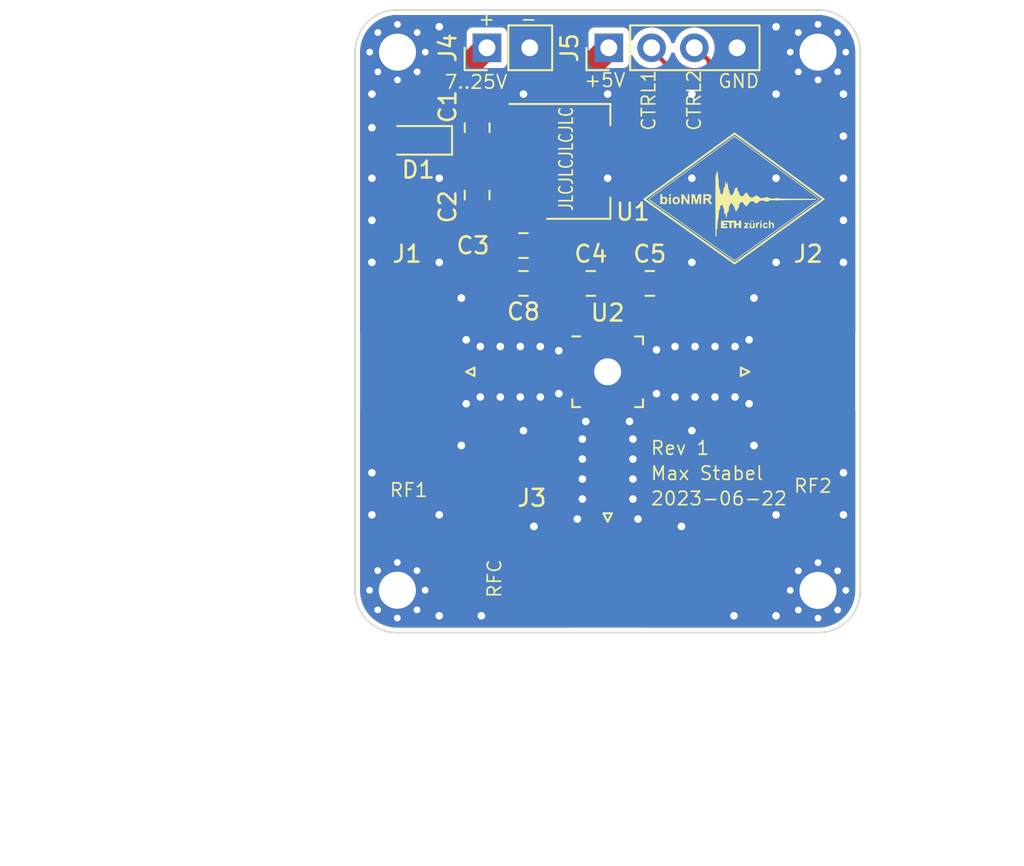
<source format=kicad_pcb>
(kicad_pcb (version 20221018) (generator pcbnew)
  (title_block (title "RF SPDT Switch") (date "2023-06-22") (rev "1") (company "ETH Zürich") (comment 1 "Maximilian Stabel"))
  (layers (0 "F.Cu" mixed) (31 "B.Cu" power) (34 "B.Paste" user) (35 "F.Paste" user) (36 "B.SilkS" user "B.Silkscreen") (37 "F.SilkS" user "F.Silkscreen") (38 "B.Mask" user) (39 "F.Mask" user) (44 "Edge.Cuts" user))
  (net 0 "")
  (net 1 "GND")
  (net 2 "+5V")
  (net 3 "Net-(J5-Pin_2)")
  (net 4 "VDD")
  (net 5 "/rf1")
  (net 6 "/rf2")
  (net 7 "/rfc")
  (net 8 "Net-(J5-Pin_3)")
  (net 9 "/VDD_p")
  (footprint "Connector_Coaxial:SMA_Molex_73251-1153_EdgeMount_Horizontal" (layer "F.Cu") (at 110.59 87)
    (fp_text reference "J1" (at -1.5 -7) (layer "F.SilkS"))
    (fp_text value "RF1")
    (pad "1" smd rect (at -1.72 0) (size 5.08 2.29) (layers "F.Cu" "F.Paste" "F.Mask") (net 5 "/rf1") (clearance 1))
    (pad "2" smd rect (at -1.72 -4.38) (size 5.08 2.42) (layers "F.Cu" "F.Paste" "F.Mask") (net 1 "GND"))
    (pad "2" smd rect (at -1.72 -4.38) (size 5.08 2.42) (layers "B.Cu" "B.Paste" "B.Mask") (net 1 "GND"))
    (pad "2" smd rect (at -1.72 4.38) (size 5.08 2.42) (layers "F.Cu" "F.Paste" "F.Mask") (net 1 "GND"))
    (pad "2" smd rect (at -1.72 4.38) (size 5.08 2.42) (layers "B.Cu" "B.Paste" "B.Mask") (net 1 "GND"))
    (pad "2" smd rect (at 1.27 -4.38) (size 0.95 0.46) (layers "F.Cu") (net 1 "GND"))
    (pad "2" smd rect (at 1.27 -4.38) (size 0.95 0.46) (layers "B.Cu") (net 1 "GND"))
    (pad "2" smd rect (at 1.27 4.38) (size 0.95 0.46) (layers "F.Cu") (net 1 "GND"))
    (pad "2" smd rect (at 1.27 4.38) (size 0.95 0.46) (layers "B.Cu") (net 1 "GND"))
    (pad "2" thru_hole circle (at 1.72 -4.38) (size 0.97 0.97) (drill 0.46) (layers "*.Cu") (net 1 "GND"))
    (pad "2" thru_hole circle (at 1.72 4.38) (size 0.97 0.97) (drill 0.46) (layers "*.Cu") (net 1 "GND"))
  )
  (footprint "LOGO" (layer "F.Cu") (at 128.5 76.7)
    (fp_text reference "G***" hide)
    (fp_text value "LOGO" hide)
  )
  (footprint "tr_switch:QFN-20-1EP_4x4mm_P0.5mm_EP2x2mm_HandSolder" (layer "F.Cu") (at 121 87)
    (fp_text reference "U2" (at 0 -3.5) (layer "F.SilkS"))
    (fp_text value "QPC6324")
    (pad "1" smd roundrect (at -1.935 -1) (size 0.95 0.25) (layers "F.Cu" "F.Paste" "F.Mask") (net 1 "GND"))
    (pad "2" smd roundrect (at -1.935 -0.5) (size 0.95 0.25) (layers "F.Cu" "F.Paste" "F.Mask") (net 1 "GND"))
    (pad "3" smd roundrect (at -1.935 0) (size 0.95 0.25) (layers "F.Cu" "F.Paste" "F.Mask") (net 5 "/rf1"))
    (pad "4" smd roundrect (at -1.935 0.5) (size 0.95 0.25) (layers "F.Cu" "F.Paste" "F.Mask") (net 1 "GND"))
    (pad "5" smd roundrect (at -1.935 1) (size 0.95 0.25) (layers "F.Cu" "F.Paste" "F.Mask") (net 1 "GND"))
    (pad "6" smd roundrect (at -1 1.935) (size 0.25 0.95) (layers "F.Cu" "F.Paste" "F.Mask") (net 1 "GND"))
    (pad "7" smd roundrect (at -0.5 1.935) (size 0.25 0.95) (layers "F.Cu" "F.Paste" "F.Mask") (net 1 "GND"))
    (pad "8" smd roundrect (at 0 1.935) (size 0.25 0.95) (layers "F.Cu" "F.Paste" "F.Mask") (net 7 "/rfc"))
    (pad "9" smd roundrect (at 0.5 1.935) (size 0.25 0.95) (layers "F.Cu" "F.Paste" "F.Mask") (net 1 "GND"))
    (pad "10" smd roundrect (at 1 1.935) (size 0.25 0.95) (layers "F.Cu" "F.Paste" "F.Mask") (net 1 "GND"))
    (pad "11" smd roundrect (at 1.935 1) (size 0.95 0.25) (layers "F.Cu" "F.Paste" "F.Mask") (net 1 "GND"))
    (pad "12" smd roundrect (at 1.935 0.5) (size 0.95 0.25) (layers "F.Cu" "F.Paste" "F.Mask") (net 1 "GND"))
    (pad "13" smd roundrect (at 1.935 0) (size 0.95 0.25) (layers "F.Cu" "F.Paste" "F.Mask") (net 6 "/rf2"))
    (pad "14" smd roundrect (at 1.935 -0.5) (size 0.95 0.25) (layers "F.Cu" "F.Paste" "F.Mask") (net 1 "GND"))
    (pad "15" smd roundrect (at 1.935 -1) (size 0.95 0.25) (layers "F.Cu" "F.Paste" "F.Mask") (net 1 "GND"))
    (pad "16" smd roundrect (at 1 -1.935) (size 0.25 0.95) (layers "F.Cu" "F.Paste" "F.Mask") (net 8 "Net-(J5-Pin_3)"))
    (pad "17" smd roundrect (at 0.5 -1.935) (size 0.255 0.95) (layers "F.Cu" "F.Paste" "F.Mask") (net 3 "Net-(J5-Pin_2)"))
    (pad "18" smd roundrect (at 0 -1.935) (size 0.25 0.95) (layers "F.Cu" "F.Paste" "F.Mask") (net 1 "GND"))
    (pad "19" smd roundrect (at -0.5 -1.935) (size 0.25 0.95) (layers "F.Cu" "F.Paste" "F.Mask") (net 1 "GND"))
    (pad "20" smd roundrect (at -1 -1.935) (size 0.25 0.95) (layers "F.Cu" "F.Paste" "F.Mask") (net 2 "+5V"))
    (pad "21" thru_hole rect (at 0 0) (size 2.03 2.03) (drill 1.6) (layers "*.Cu" "*.Mask") (net 1 "GND"))
  )
  (footprint "MountingHole:MountingHole_2.2mm_M2_Pad_Via" (layer "F.Cu") (at 133.49 68.01)
    (fp_text reference "H2" hide)
    (fp_text value "MountingHole_Pad")
    (pad "1" thru_hole circle locked (at -1.65 0) (size 0.7 0.7) (drill 0.4) (layers "*.Cu" "*.Mask") (net 1 "GND"))
    (pad "1" thru_hole circle locked (at -1.166726 -1.166726) (size 0.7 0.7) (drill 0.4) (layers "*.Cu" "*.Mask") (net 1 "GND"))
    (pad "1" thru_hole circle locked (at -1.166726 1.166726) (size 0.7 0.7) (drill 0.4) (layers "*.Cu" "*.Mask") (net 1 "GND"))
    (pad "1" thru_hole circle locked (at 0 -1.65) (size 0.7 0.7) (drill 0.4) (layers "*.Cu" "*.Mask") (net 1 "GND"))
    (pad "1" thru_hole circle locked (at 0 0) (size 4.4 4.4) (drill 2.2) (layers "*.Cu" "*.Mask") (net 1 "GND"))
    (pad "1" thru_hole circle locked (at 0 1.65) (size 0.7 0.7) (drill 0.4) (layers "*.Cu" "*.Mask") (net 1 "GND"))
    (pad "1" thru_hole circle locked (at 1.166726 -1.166726) (size 0.7 0.7) (drill 0.4) (layers "*.Cu" "*.Mask") (net 1 "GND"))
    (pad "1" thru_hole circle locked (at 1.166726 1.166726) (size 0.7 0.7) (drill 0.4) (layers "*.Cu" "*.Mask") (net 1 "GND"))
    (pad "1" thru_hole circle locked (at 1.65 0) (size 0.7 0.7) (drill 0.4) (layers "*.Cu" "*.Mask") (net 1 "GND"))
  )
  (footprint "Capacitor_SMD:C_0805_2012Metric" (layer "F.Cu") (at 116 79.5 180)
    (fp_text reference "C3" (at 3 0) (layer "F.SilkS"))
    (fp_text value "1u/50V")
    (pad "1" smd roundrect (at -0.95 0 180) (size 1 1.45) (layers "F.Cu" "F.Paste" "F.Mask") (net 2 "+5V"))
    (pad "2" smd roundrect (at 0.95 0 180) (size 1 1.45) (layers "F.Cu" "F.Paste" "F.Mask") (net 1 "GND"))
  )
  (footprint "Capacitor_SMD:C_0805_2012Metric" (layer "F.Cu") (at 120 81.75)
    (fp_text reference "C4" (at 0 -1.75) (layer "F.SilkS"))
    (fp_text value "200p/50V")
    (pad "1" smd roundrect (at -0.95 0) (size 1 1.45) (layers "F.Cu" "F.Paste" "F.Mask") (net 1 "GND"))
    (pad "2" smd roundrect (at 0.95 0) (size 1 1.45) (layers "F.Cu" "F.Paste" "F.Mask") (net 3 "Net-(J5-Pin_2)"))
  )
  (footprint "Diode_SMD:D_SOD-323_HandSoldering" (layer "F.Cu") (at 109.75 73.25 180)
    (fp_text reference "D1" (at 0 -1.75) (layer "F.SilkS"))
    (fp_text value "BAS321Z")
    (pad "1" smd roundrect (at -1.25 0 180) (size 1 1) (layers "F.Cu" "F.Paste" "F.Mask") (net 9 "/VDD_p"))
    (pad "2" smd roundrect (at 1.25 0 180) (size 1 1) (layers "F.Cu" "F.Paste" "F.Mask") (net 4 "VDD"))
  )
  (footprint "Connector_PinHeader_2.54mm:PinHeader_1x02_P2.54mm_Vertical" (layer "F.Cu") (at 113.833333 67.75 90)
    (fp_text reference "J4" (at 0 -2.33 90) (layer "F.SilkS"))
    (fp_text value "Power")
    (pad "1" thru_hole rect (at 0 0 90) (size 1.7 1.7) (drill 1) (layers "*.Cu" "*.Mask") (net 4 "VDD"))
    (pad "2" thru_hole oval (at 0 2.54 90) (size 1.7 1.7) (drill 1) (layers "*.Cu" "*.Mask") (net 1 "GND"))
  )
  (footprint "MountingHole:MountingHole_2.2mm_M2_Pad_Via" (layer "F.Cu") (at 133.49 99.99)
    (fp_text reference "H4" hide)
    (fp_text value "MountingHole_Pad")
    (pad "1" thru_hole circle locked (at -1.65 0) (size 0.7 0.7) (drill 0.4) (layers "*.Cu" "*.Mask") (net 1 "GND"))
    (pad "1" thru_hole circle locked (at -1.166726 -1.166726) (size 0.7 0.7) (drill 0.4) (layers "*.Cu" "*.Mask") (net 1 "GND"))
    (pad "1" thru_hole circle locked (at -1.166726 1.166726) (size 0.7 0.7) (drill 0.4) (layers "*.Cu" "*.Mask") (net 1 "GND"))
    (pad "1" thru_hole circle locked (at 0 -1.65) (size 0.7 0.7) (drill 0.4) (layers "*.Cu" "*.Mask") (net 1 "GND"))
    (pad "1" thru_hole circle locked (at 0 0) (size 4.4 4.4) (drill 2.2) (layers "*.Cu" "*.Mask") (net 1 "GND"))
    (pad "1" thru_hole circle locked (at 0 1.65) (size 0.7 0.7) (drill 0.4) (layers "*.Cu" "*.Mask") (net 1 "GND"))
    (pad "1" thru_hole circle locked (at 1.166726 -1.166726) (size 0.7 0.7) (drill 0.4) (layers "*.Cu" "*.Mask") (net 1 "GND"))
    (pad "1" thru_hole circle locked (at 1.166726 1.166726) (size 0.7 0.7) (drill 0.4) (layers "*.Cu" "*.Mask") (net 1 "GND"))
    (pad "1" thru_hole circle locked (at 1.65 0) (size 0.7 0.7) (drill 0.4) (layers "*.Cu" "*.Mask") (net 1 "GND"))
  )
  (footprint "Capacitor_SMD:C_0805_2012Metric" (layer "F.Cu") (at 123.5 81.75 180)
    (fp_text reference "C5" (at 0 1.75) (layer "F.SilkS"))
    (fp_text value "200p/50V")
    (pad "1" smd roundrect (at -0.95 0 180) (size 1 1.45) (layers "F.Cu" "F.Paste" "F.Mask") (net 1 "GND"))
    (pad "2" smd roundrect (at 0.95 0 180) (size 1 1.45) (layers "F.Cu" "F.Paste" "F.Mask") (net 8 "Net-(J5-Pin_3)"))
  )
  (footprint "Package_TO_SOT_SMD:SOT-223-3_TabPin2" (layer "F.Cu") (at 119.25 74.5)
    (fp_text reference "U1" (at 3.25 3) (layer "F.SilkS"))
    (fp_text value "7805")
    (pad "1" smd rect (at -3.15 -2.3) (size 2 1.5) (layers "F.Cu" "F.Paste" "F.Mask") (net 9 "/VDD_p"))
    (pad "2" smd rect (at -3.15 0) (size 2 1.5) (layers "F.Cu" "F.Paste" "F.Mask") (net 1 "GND"))
    (pad "2" smd rect (at 3.15 0) (size 2 3.8) (layers "F.Cu" "F.Paste" "F.Mask") (net 1 "GND"))
    (pad "3" smd rect (at -3.15 2.3) (size 2 1.5) (layers "F.Cu" "F.Paste" "F.Mask") (net 2 "+5V"))
  )
  (footprint "MountingHole:MountingHole_2.2mm_M2_Pad_Via" (layer "F.Cu") (at 108.51 99.98)
    (fp_text reference "H3" hide)
    (fp_text value "MountingHole_Pad")
    (pad "1" thru_hole circle locked (at -1.65 0) (size 0.7 0.7) (drill 0.4) (layers "*.Cu" "*.Mask") (net 1 "GND"))
    (pad "1" thru_hole circle locked (at -1.166726 -1.166726) (size 0.7 0.7) (drill 0.4) (layers "*.Cu" "*.Mask") (net 1 "GND"))
    (pad "1" thru_hole circle locked (at -1.166726 1.166726) (size 0.7 0.7) (drill 0.4) (layers "*.Cu" "*.Mask") (net 1 "GND"))
    (pad "1" thru_hole circle locked (at 0 -1.65) (size 0.7 0.7) (drill 0.4) (layers "*.Cu" "*.Mask") (net 1 "GND"))
    (pad "1" thru_hole circle locked (at 0 0) (size 4.4 4.4) (drill 2.2) (layers "*.Cu" "*.Mask") (net 1 "GND"))
    (pad "1" thru_hole circle locked (at 0 1.65) (size 0.7 0.7) (drill 0.4) (layers "*.Cu" "*.Mask") (net 1 "GND"))
    (pad "1" thru_hole circle locked (at 1.166726 -1.166726) (size 0.7 0.7) (drill 0.4) (layers "*.Cu" "*.Mask") (net 1 "GND"))
    (pad "1" thru_hole circle locked (at 1.166726 1.166726) (size 0.7 0.7) (drill 0.4) (layers "*.Cu" "*.Mask") (net 1 "GND"))
    (pad "1" thru_hole circle locked (at 1.65 0) (size 0.7 0.7) (drill 0.4) (layers "*.Cu" "*.Mask") (net 1 "GND"))
  )
  (footprint "Capacitor_SMD:C_0805_2012Metric" (layer "F.Cu") (at 113.25 76.5 90)
    (fp_text reference "C2" (at -0.7 -1.75 90) (layer "F.SilkS"))
    (fp_text value "1u,50V,10%")
    (pad "1" smd roundrect (at -0.95 0 90) (size 1 1.45) (layers "F.Cu" "F.Paste" "F.Mask") (net 2 "+5V"))
    (pad "2" smd roundrect (at 0.95 0 90) (size 1 1.45) (layers "F.Cu" "F.Paste" "F.Mask") (net 1 "GND"))
  )
  (footprint "Connector_Coaxial:SMA_Molex_73251-1153_EdgeMount_Horizontal" (layer "F.Cu") (at 131.41 87 180)
    (fp_text reference "J2" (at -1.5 7) (layer "F.SilkS"))
    (fp_text value "RF2")
    (pad "1" smd rect (at -1.72 0 180) (size 5.08 2.29) (layers "F.Cu" "F.Paste" "F.Mask") (net 6 "/rf2") (clearance 1))
    (pad "2" smd rect (at -1.72 -4.38 180) (size 5.08 2.42) (layers "F.Cu" "F.Paste" "F.Mask") (net 1 "GND"))
    (pad "2" smd rect (at -1.72 -4.38 180) (size 5.08 2.42) (layers "B.Cu" "B.Paste" "B.Mask") (net 1 "GND"))
    (pad "2" smd rect (at -1.72 4.38 180) (size 5.08 2.42) (layers "F.Cu" "F.Paste" "F.Mask") (net 1 "GND"))
    (pad "2" smd rect (at -1.72 4.38 180) (size 5.08 2.42) (layers "B.Cu" "B.Paste" "B.Mask") (net 1 "GND"))
    (pad "2" smd rect (at 1.27 -4.38 180) (size 0.95 0.46) (layers "F.Cu") (net 1 "GND"))
    (pad "2" smd rect (at 1.27 -4.38 180) (size 0.95 0.46) (layers "B.Cu") (net 1 "GND"))
    (pad "2" smd rect (at 1.27 4.38 180) (size 0.95 0.46) (layers "F.Cu") (net 1 "GND"))
    (pad "2" smd rect (at 1.27 4.38 180) (size 0.95 0.46) (layers "B.Cu") (net 1 "GND"))
    (pad "2" thru_hole circle (at 1.72 -4.38 180) (size 0.97 0.97) (drill 0.46) (layers "*.Cu") (net 1 "GND"))
    (pad "2" thru_hole circle (at 1.72 4.38 180) (size 0.97 0.97) (drill 0.46) (layers "*.Cu") (net 1 "GND"))
  )
  (footprint "Capacitor_SMD:C_0805_2012Metric" (layer "F.Cu") (at 113.25 72.5 -90)
    (fp_text reference "C1" (at -1.25 1.75 90) (layer "F.SilkS"))
    (fp_text value "1u,50V,10%")
    (pad "1" smd roundrect (at -0.95 0 270) (size 1 1.45) (layers "F.Cu" "F.Paste" "F.Mask") (net 9 "/VDD_p"))
    (pad "2" smd roundrect (at 0.95 0 270) (size 1 1.45) (layers "F.Cu" "F.Paste" "F.Mask") (net 1 "GND"))
  )
  (footprint "MountingHole:MountingHole_2.2mm_M2_Pad_Via" (layer "F.Cu") (at 108.52 68.01)
    (fp_text reference "H1" hide)
    (fp_text value "MountingHole_Pad")
    (pad "1" thru_hole circle locked (at -1.65 0) (size 0.7 0.7) (drill 0.4) (layers "*.Cu" "*.Mask") (net 1 "GND"))
    (pad "1" thru_hole circle locked (at -1.166726 -1.166726) (size 0.7 0.7) (drill 0.4) (layers "*.Cu" "*.Mask") (net 1 "GND"))
    (pad "1" thru_hole circle locked (at -1.166726 1.166726) (size 0.7 0.7) (drill 0.4) (layers "*.Cu" "*.Mask") (net 1 "GND"))
    (pad "1" thru_hole circle locked (at 0 -1.65) (size 0.7 0.7) (drill 0.4) (layers "*.Cu" "*.Mask") (net 1 "GND"))
    (pad "1" thru_hole circle locked (at 0 0) (size 4.4 4.4) (drill 2.2) (layers "*.Cu" "*.Mask") (net 1 "GND"))
    (pad "1" thru_hole circle locked (at 0 1.65) (size 0.7 0.7) (drill 0.4) (layers "*.Cu" "*.Mask") (net 1 "GND"))
    (pad "1" thru_hole circle locked (at 1.166726 -1.166726) (size 0.7 0.7) (drill 0.4) (layers "*.Cu" "*.Mask") (net 1 "GND"))
    (pad "1" thru_hole circle locked (at 1.166726 1.166726) (size 0.7 0.7) (drill 0.4) (layers "*.Cu" "*.Mask") (net 1 "GND"))
    (pad "1" thru_hole circle locked (at 1.65 0) (size 0.7 0.7) (drill 0.4) (layers "*.Cu" "*.Mask") (net 1 "GND"))
  )
  (footprint "Connector_PinHeader_2.54mm:PinHeader_1x04_P2.54mm_Vertical" (layer "F.Cu") (at 121.066666 67.75 90)
    (fp_text reference "J5" (at 0 -2.33 90) (layer "F.SilkS"))
    (fp_text value "Control")
    (pad "1" thru_hole rect (at 0 0 90) (size 1.7 1.7) (drill 1) (layers "*.Cu" "*.Mask") (net 2 "+5V"))
    (pad "2" thru_hole oval (at 0 2.54 90) (size 1.7 1.7) (drill 1) (layers "*.Cu" "*.Mask") (net 3 "Net-(J5-Pin_2)"))
    (pad "3" thru_hole oval (at 0 5.08 90) (size 1.7 1.7) (drill 1) (layers "*.Cu" "*.Mask") (net 8 "Net-(J5-Pin_3)"))
    (pad "4" thru_hole oval (at 0 7.62 90) (size 1.7 1.7) (drill 1) (layers "*.Cu" "*.Mask") (net 1 "GND"))
  )
  (footprint "Capacitor_SMD:C_0805_2012Metric" (layer "F.Cu") (at 116 81.75 180)
    (fp_text reference "C8" (at 0 -1.68) (layer "F.SilkS"))
    (fp_text value "100n/50V")
    (pad "1" smd roundrect (at -0.95 0 180) (size 1 1.45) (layers "F.Cu" "F.Paste" "F.Mask") (net 2 "+5V"))
    (pad "2" smd roundrect (at 0.95 0 180) (size 1 1.45) (layers "F.Cu" "F.Paste" "F.Mask") (net 1 "GND"))
  )
  (footprint "Connector_Coaxial:SMA_Molex_73251-1153_EdgeMount_Horizontal" (layer "F.Cu") (at 121 97.91 90)
    (fp_text reference "J3" (at 3.41 -4.5 180) (layer "F.SilkS"))
    (fp_text value "RFC")
    (pad "1" smd rect (at -1.72 0 90) (size 5.08 2.29) (layers "F.Cu" "F.Paste" "F.Mask") (net 7 "/rfc") (clearance 1))
    (pad "2" smd rect (at -1.72 -4.38 90) (size 5.08 2.42) (layers "F.Cu" "F.Paste" "F.Mask") (net 1 "GND"))
    (pad "2" smd rect (at -1.72 -4.38 90) (size 5.08 2.42) (layers "B.Cu" "B.Paste" "B.Mask") (net 1 "GND"))
    (pad "2" smd rect (at -1.72 4.38 90) (size 5.08 2.42) (layers "F.Cu" "F.Paste" "F.Mask") (net 1 "GND"))
    (pad "2" smd rect (at -1.72 4.38 90) (size 5.08 2.42) (layers "B.Cu" "B.Paste" "B.Mask") (net 1 "GND"))
    (pad "2" smd rect (at 1.27 -4.38 90) (size 0.95 0.46) (layers "F.Cu") (net 1 "GND"))
    (pad "2" smd rect (at 1.27 -4.38 90) (size 0.95 0.46) (layers "B.Cu") (net 1 "GND"))
    (pad "2" smd rect (at 1.27 4.38 90) (size 0.95 0.46) (layers "F.Cu") (net 1 "GND"))
    (pad "2" smd rect (at 1.27 4.38 90) (size 0.95 0.46) (layers "B.Cu") (net 1 "GND"))
    (pad "2" thru_hole circle (at 1.72 -4.38 90) (size 0.97 0.97) (drill 0.46) (layers "*.Cu") (net 1 "GND"))
    (pad "2" thru_hole circle (at 1.72 4.38 90) (size 0.97 0.97) (drill 0.46) (layers "*.Cu") (net 1 "GND"))
  )
  (gr_line locked (start 108.5 65.5) (end 133.5 65.5) (stroke (width 0.1)) (layer "Edge.Cuts"))
  (gr_line locked (start 106 100) (end 106 68) (stroke (width 0.1)) (layer "Edge.Cuts"))
  (gr_arc locked (start 106 68) (mid 106.732233 66.232233) (end 108.5 65.5) (stroke (width 0.1)) (layer "Edge.Cuts"))
  (gr_arc locked (start 108.5 102.5) (mid 106.732233 101.767767) (end 106 100) (stroke (width 0.1)) (layer "Edge.Cuts"))
  (gr_line locked (start 136 68) (end 136 100) (stroke (width 0.1)) (layer "Edge.Cuts"))
  (gr_arc locked (start 136 100) (mid 135.267767 101.767767) (end 133.5 102.5) (stroke (width 0.1)) (layer "Edge.Cuts"))
  (gr_arc locked (start 133.5 65.5) (mid 135.267767 66.232233) (end 136 68) (stroke (width 0.1)) (layer "Edge.Cuts"))
  (gr_line locked (start 133.5 102.5) (end 108.5 102.5) (stroke (width 0.1)) (layer "Edge.Cuts"))
  (gr_text "RF2" (at 132 94.25) (layer "F.SilkS") (effects (font (size 0.8 0.8) (thickness 0.1)) (justify left bottom)))
  (gr_text "+" (at 113.25 66.5) (layer "F.SilkS") (effects (font (size 0.8 0.8) (thickness 0.1)) (justify left bottom)))
  (gr_text "2023-06-22" (at 123.5 95) (layer "F.SilkS") (effects (font (size 0.8 0.8) (thickness 0.1)) (justify left bottom)))
  (gr_text "GND" (at 127.5 70.2) (layer "F.SilkS") (effects (font (size 0.8 0.8) (thickness 0.1)) (justify left bottom)))
  (gr_text "CTRL1" (at 123.9 72.75 90) (layer "F.SilkS") (effects (font (size 0.8 0.8) (thickness 0.1)) (justify left bottom)))
  (gr_text "JLCJLCJLCJLC" (at 119 77.5 90) (layer "F.SilkS") (effects (font (size 0.8 0.6) (thickness 0.1)) (justify left bottom)))
  (gr_text "-" (at 115.75 66.5) (layer "F.SilkS") (effects (font (size 0.8 0.8) (thickness 0.1)) (justify left bottom)))
  (gr_text "+5V" (at 119.55 70.15) (layer "F.SilkS") (effects (font (size 0.8 0.8) (thickness 0.1)) (justify left bottom)))
  (gr_text "Rev 1" (at 123.5 92) (layer "F.SilkS") (effects (font (size 0.8 0.8) (thickness 0.1)) (justify left bottom)))
  (gr_text "7..25V" (at 111.25 70.25) (layer "F.SilkS") (effects (font (size 0.8 0.8) (thickness 0.1)) (justify left bottom)))
  (gr_text "CTRL2" (at 126.6 72.75 90) (layer "F.SilkS") (effects (font (size 0.8 0.8) (thickness 0.1)) (justify left bottom)))
  (gr_text "RFC" (at 114.75 100.5 90) (layer "F.SilkS") (effects (font (size 0.8 0.8) (thickness 0.1)) (justify left bottom)))
  (gr_text "Max Stabel" (at 123.5 93.5) (layer "F.SilkS") (effects (font (size 0.8 0.8) (thickness 0.1)) (justify left bottom)))
  (gr_text "RF1" (at 108 94.5) (layer "F.SilkS") (effects (font (size 0.8 0.8) (thickness 0.1)) (justify left bottom)))
  (via (at 119.5 92.1875) (size 0.8) (drill 0.45) (layers "F.Cu" "B.Cu") (net 1))
  (via (at 125 85.5) (size 0.8) (drill 0.45) (layers "F.Cu" "B.Cu") (net 1))
  (via (at 121 75.5) (size 0.8) (drill 0.45) (layers "F.Cu" "B.Cu") (net 1))
  (via (at 116 90.5) (size 0.8) (drill 0.45) (layers "F.Cu" "B.Cu") (net 1))
  (via (at 131 66.5) (size 0.8) (drill 0.45) (layers "F.Cu" "B.Cu") (net 1))
  (via (at 135 70.5) (size 0.8) (drill 0.45) (layers "F.Cu" "B.Cu") (net 1))
  (via (at 107 75.5) (size 0.8) (drill 0.45) (layers "F.Cu" "B.Cu") (net 1))
  (via (at 116 70.5) (size 0.8) (drill 0.45) (layers "F.Cu" "B.Cu") (net 1))
  (via (at 122.5 94.5625) (size 0.8) (drill 0.45) (layers "F.Cu" "B.Cu") (net 1))
  (via (at 126.1875 88.5) (size 0.8) (drill 0.45) (layers "F.Cu" "B.Cu") (net 1))
  (via (at 107 80.5) (size 0.8) (drill 0.45) (layers "F.Cu" "B.Cu") (net 1))
  (via (at 122.3 89.95) (size 0.8) (drill 0.45) (layers "F.Cu" "B.Cu") (net 1))
  (via (at 117 85.5) (size 0.8) (drill 0.45) (layers "F.Cu" "B.Cu") (net 1))
  (via (at 129.4 85.1) (size 0.8) (drill 0.45) (layers "F.Cu" "B.Cu") (net 1))
  (via (at 119.7 89.95) (size 0.8) (drill 0.45) (layers "F.Cu" "B.Cu") (net 1))
  (via (at 117 88.5) (size 0.8) (drill 0.45) (layers "F.Cu" "B.Cu") (net 1))
  (via (at 131 70.5) (size 0.8) (drill 0.45) (layers "F.Cu" "B.Cu") (net 1))
  (via (at 127.375 88.5) (size 0.8) (drill 0.45) (layers "F.Cu" "B.Cu") (net 1))
  (via (at 126 90.5) (size 0.8) (drill 0.45) (layers "F.Cu" "B.Cu") (net 1))
  (via (at 115.8125 85.5) (size 0.8) (drill 0.45) (layers "F.Cu" "B.Cu") (net 1))
  (via (at 112.6 88.9) (size 0.8) (drill 0.45) (layers "F.Cu" "B.Cu") (net 1))
  (via (at 111 95.5) (size 0.8) (drill 0.45) (layers "F.Cu" "B.Cu") (net 1))
  (via (at 126 75.5) (size 0.8) (drill 0.45) (layers "F.Cu" "B.Cu") (net 1))
  (via (at 119.5 91) (size 0.8) (drill 0.45) (layers "F.Cu" "B.Cu") (net 1))
  (via (at 126 70.5) (size 0.8) (drill 0.45) (layers "F.Cu" "B.Cu") (net 1))
  (via (at 135 75.5) (size 0.8) (drill 0.45) (layers "F.Cu" "B.Cu") (net 1))
  (via (at 135 93) (size 0.8) (drill 0.45) (layers "F.Cu" "B.Cu") (net 1))
  (via (at 107 78) (size 0.8) (drill 0.45) (layers "F.Cu" "B.Cu") (net 1))
  (via (at 131 101.5) (size 0.8) (drill 0.45) (layers "F.Cu" "B.Cu") (net 1))
  (via (at 111 101.5) (size 0.8) (drill 0.45) (layers "F.Cu" "B.Cu") (net 1))
  (via (at 128.5625 88.5) (size 0.8) (drill 0.45) (layers "F.Cu" "B.Cu") (net 1))
  (via (at 122.8 95.75) (size 0.8) (drill 0.45) (layers "F.Cu" "B.Cu") (net 1))
  (via (at 122.5 92.1875) (size 0.8) (drill 0.45) (layers "F.Cu" "B.Cu") (net 1))
  (via (at 111 80.5) (size 0.8) (drill 0.45) (layers "F.Cu" "B.Cu") (net 1))
  (via (at 128.5 101.5) (size 0.8) (drill 0.45) (layers "F.Cu" "B.Cu") (net 1))
  (via (at 114.625 88.5) (size 0.8) (drill 0.45) (layers "F.Cu" "B.Cu") (net 1))
  (via (at 118.1 85.75) (size 0.8) (drill 0.45) (layers "F.Cu" "B.Cu") (net 1))
  (via (at 119.5 93.375) (size 0.8) (drill 0.45) (layers "F.Cu" "B.Cu") (net 1))
  (via (at 128.5625 85.5) (size 0.8) (drill 0.45) (layers "F.Cu" "B.Cu") (net 1))
  (via (at 107 95.5) (size 0.8) (drill 0.45) (layers "F.Cu" "B.Cu") (net 1))
  (via (at 135 95.5) (size 0.8) (drill 0.45) (layers "F.Cu" "B.Cu") (net 1))
  (via (at 135 80.5) (size 0.8) (drill 0.45) (layers "F.Cu" "B.Cu") (net 1))
  (via (at 127.375 85.5) (size 0.8) (drill 0.45) (layers "F.Cu" "B.Cu") (net 1))
  (via (at 131 75.5) (size 0.8) (drill 0.45) (layers "F.Cu" "B.Cu") (net 1))
  (via (at 119.5 94.5625) (size 0.8) (drill 0.45) (layers "F.Cu" "B.Cu") (net 1))
  (via (at 135 78) (size 0.8) (drill 0.45) (layers "F.Cu" "B.Cu") (net 1))
  (via (at 118.1 88.3) (size 0.8) (drill 0.45) (layers "F.Cu" "B.Cu") (net 1))
  (via (at 113.5 101.5) (size 0.8) (drill 0.45) (layers "F.Cu" "B.Cu") (net 1))
  (via (at 107 70.5) (size 0.8) (drill 0.45) (layers "F.Cu" "B.Cu") (net 1))
  (via (at 126.1875 85.5) (size 0.8) (drill 0.45) (layers "F.Cu" "B.Cu") (net 1))
  (via (at 119.2 95.75) (size 0.8) (drill 0.45) (layers "F.Cu" "B.Cu") (net 1))
  (via (at 113.4375 88.5) (size 0.8) (drill 0.45) (layers "F.Cu" "B.Cu") (net 1))
  (via (at 115.8125 88.5) (size 0.8) (drill 0.45) (layers "F.Cu" "B.Cu") (net 1))
  (via (at 129.4 88.9) (size 0.8) (drill 0.45) (layers "F.Cu" "B.Cu") (net 1))
  (via (at 125 88.5) (size 0.8) (drill 0.45) (layers "F.Cu" "B.Cu") (net 1))
  (via (at 122.5 93.375) (size 0.8) (drill 0.45) (layers "F.Cu" "B.Cu") (net 1))
  (via (at 107 93) (size 0.8) (drill 0.45) (layers "F.Cu" "B.Cu") (net 1))
  (via (at 111 75.5) (size 0.8) (drill 0.45) (layers "F.Cu" "B.Cu") (net 1))
  (via (at 123.9 88.3) (size 0.8) (drill 0.45) (layers "F.Cu" "B.Cu") (net 1))
  (via (at 121 70.5) (size 0.8) (drill 0.45) (layers "F.Cu" "B.Cu") (net 1))
  (via (at 107 72.5) (size 0.8) (drill 0.45) (layers "F.Cu" "B.Cu") (net 1))
  (via (at 123.9 85.7) (size 0.8) (drill 0.45) (layers "F.Cu" "B.Cu") (net 1))
  (via (at 126 80.5) (size 0.8) (drill 0.45) (layers "F.Cu" "B.Cu") (net 1))
  (via (at 111 66.5) (size 0.8) (drill 0.45) (layers "F.Cu" "B.Cu") (net 1))
  (via (at 113.4375 85.5) (size 0.8) (drill 0.45) (layers "F.Cu" "B.Cu") (net 1))
  (via (at 131 95.5) (size 0.8) (drill 0.45) (layers "F.Cu" "B.Cu") (net 1))
  (via (at 131 80.5) (size 0.8) (drill 0.45) (layers "F.Cu" "B.Cu") (net 1))
  (via (at 135 73) (size 0.8) (drill 0.45) (layers "F.Cu" "B.Cu") (net 1))
  (via (at 122.5 91) (size 0.8) (drill 0.45) (layers "F.Cu" "B.Cu") (net 1))
  (via (at 114.625 85.5) (size 0.8) (drill 0.45) (layers "F.Cu" "B.Cu") (net 1))
  (via (at 112.6 85.1) (size 0.8) (drill 0.45) (layers "F.Cu" "B.Cu") (net 1))
  (segment (start 116.95 82.9) (end 118.3 84.25) (width 1.45) (layer "F.Cu") (net 2))
  (segment (start 116.95 79.5) (end 116.95 82.9) (width 1.45) (layer "F.Cu") (net 2))
  (segment (start 116.75 76.75) (end 114.75 76.75) (width 1.45) (layer "F.Cu") (net 2))
  (segment (start 114.05 77.45) (end 113.25 77.45) (width 1.45) (layer "F.Cu") (net 2))
  (segment (start 116.95 79.5) (end 116.95 76.95) (width 1.45) (layer "F.Cu") (net 2))
  (segment (start 114.75 76.75) (end 114.05 77.45) (width 1.45) (layer "F.Cu") (net 2))
  (segment (start 119.5 69.316666) (end 119.5 75.0118) (width 1.45) (layer "F.Cu") (net 2))
  (segment (start 118.3 84.25) (end 118.5 84.25) (width 1.45) (layer "F.Cu") (net 2))
  (segment (start 116.95 76.95) (end 116.75 76.75) (width 1.45) (layer "F.Cu") (net 2))
  (segment (start 117.7618 76.75) (end 116 76.75) (width 1.45) (layer "F.Cu") (net 2))
  (segment (start 121.066666 67.75) (end 119.5 69.316666) (width 1.45) (layer "F.Cu") (net 2))
  (segment (start 119.5 75.0118) (end 117.7618 76.75) (width 1.45) (layer "F.Cu") (net 2))
  (segment (start 120.95 81.75) (end 120.95 80.95) (width 0.25) (layer "F.Cu") (net 3))
  (segment (start 121 83.235641) (end 121 81.75) (width 0.25) (layer "F.Cu") (net 3))
  (segment (start 121.5 85.065) (end 121.5 83.735641) (width 0.25) (layer "F.Cu") (net 3))
  (segment (start 124.4 68.65) (end 123.75 68) (width 0.25) (layer "F.Cu") (net 3))
  (segment (start 121.5 83.735641) (end 121 83.235641) (width 0.25) (layer "F.Cu") (net 3))
  (segment (start 124.4 77.5) (end 124.4 68.65) (width 0.25) (layer "F.Cu") (net 3))
  (segment (start 120.95 80.95) (end 124.4 77.5) (width 0.25) (layer "F.Cu") (net 3))
  (segment (start 113.75 67.75) (end 113.75 67.788895) (width 1.45) (layer "F.Cu") (net 4))
  (segment (start 113.75 67.788895) (end 108.538895 73) (width 1.45) (layer "F.Cu") (net 4))
  (segment (start 108.538895 73) (end 108.5 73) (width 1.45) (layer "F.Cu") (net 4))
  (segment (start 112.25 87) (end 117 87) (width 1.45) (layer "F.Cu") (net 5))
  (segment (start 129.75 87) (end 125 87) (width 1.45) (layer "F.Cu") (net 6))
  (segment (start 121 95.75) (end 121 91) (width 1.45) (layer "F.Cu") (net 7))
  (segment (start 122.55 81.75) (end 122.75 81.75) (width 0.25) (layer "F.Cu") (net 8))
  (segment (start 127 68.5) (end 126.25 67.75) (width 0.25) (layer "F.Cu") (net 8))
  (segment (start 122.0025 83.7475) (end 122.0025 85) (width 0.25) (layer "F.Cu") (net 8))
  (segment (start 122.55 81.75) (end 122.55 83.2) (width 0.25) (layer "F.Cu") (net 8))
  (segment (start 122.55 83.2) (end 122.0025 83.7475) (width 0.25) (layer "F.Cu") (net 8))
  (segment (start 127 77.5) (end 127 68.5) (width 0.25) (layer "F.Cu") (net 8))
  (segment (start 122.75 81.75) (end 127 77.5) (width 0.25) (layer "F.Cu") (net 8))
  (segment (start 113.957177 71.55) (end 114.607177 72.2) (width 1.45) (layer "F.Cu") (net 9))
  (segment (start 111 73.092823) (end 112.592823 71.5) (width 1.45) (layer "F.Cu") (net 9))
  (segment (start 113.25 71.55) (end 113.957177 71.55) (width 1.45) (layer "F.Cu") (net 9))
  (segment (start 114.607177 72.2) (end 116.1 72.2) (width 1.45) (layer "F.Cu") (net 9))
  (segment (start 112.592823 71.5) (end 113.5 71.5) (width 1.45) (layer "F.Cu") (net 9))
  (zone (net 7) (net_name "/rfc") (layer "F.Cu") (priority 17540) (connect_pads yes (clearance 0)) (min_thickness 0.0254) (fill yes (thermal_gap 0.5) (thermal_bridge_width 0.5))
    (polygon (pts (xy 121 94.94205) (xy 120.275 95) (xy 120.26324 95.318032) (xy 120.23132 95.591268) (xy 120.184279 95.828761) (xy 120.12716 96.039563) (xy 120.065 96.232727) (xy 120.00284 96.417304) (xy 119.94572 96.602348) (xy 119.89868 96.79691) (xy 119.86676 97.010043) (xy 119.855 97.2508) (xy 119.855 98.5208) (xy 121 98.6582) (xy 122.145 98.5208) (xy 122.145 97.2508) (xy 122.13324 97.010043) (xy 122.10132 96.79691) (xy 122.054279 96.602348) (xy 121.99716 96.417304) (xy 121.935 96.232727) (xy 121.87284 96.039563) (xy 121.81572 95.828761) (xy 121.76868 95.591268) (xy 121.73676 95.318032) (xy 121.725 95)))
  )
  (zone (net 5) (net_name "/rf1") (layer "F.Cu") (priority 17540) (connect_pads yes (clearance 0)) (min_thickness 0.0254) (fill yes (thermal_gap 0.5) (thermal_bridge_width 0.5))
    (polygon (pts (xy 110.02875 87) (xy 109.9708 86.275) (xy 109.925415 86.26324) (xy 109.912362 86.23132) (xy 109.923957 86.184279) (xy 109.952518 86.12716) (xy 109.990365 86.065) (xy 110.029814 86.00284) (xy 110.063184 85.94572) (xy 110.082793 85.89868) (xy 110.080959 85.86676) (xy 110.05 85.855) (xy 108.78 85.855) (xy 108.6426 87) (xy 108.78 88.145) (xy 110.05 88.145) (xy 110.080959 88.13324) (xy 110.082793 88.10132) (xy 110.063184 88.054279) (xy 110.029814 87.99716) (xy 109.990365 87.935) (xy 109.952518 87.87284) (xy 109.923957 87.81572) (xy 109.912362 87.76868) (xy 109.925415 87.73676) (xy 109.9708 87.725)))
  )
  (zone (net 7) (net_name "/rfc") (layer "F.Cu") (priority 17540) (connect_pads yes (clearance 0)) (min_thickness 0.0254) (fill yes (thermal_gap 1) (thermal_bridge_width 1))
    (polygon (pts (xy 121 91.10875) (xy 121.725 91.0095) (xy 121.7082 90.742831) (xy 121.6626 90.516981) (xy 121.595399 90.323557) (xy 121.5138 90.154165) (xy 121.425 90.000413) (xy 121.3362 89.853909) (xy 121.2546 89.706258) (xy 121.1874 89.549068) (xy 121.1418 89.373946) (xy 121.125 89.1725) (xy 121.125 88.935) (xy 121 88.92) (xy 120.875 88.935) (xy 120.875 89.1725) (xy 120.8582 89.373946) (xy 120.8126 89.549068) (xy 120.745399 89.706258) (xy 120.6638 89.853909) (xy 120.575 90.000413) (xy 120.4862 90.154165) (xy 120.4046 90.323557) (xy 120.3374 90.516981) (xy 120.2918 90.742831) (xy 120.275 91.0095)))
  )
  (zone (net 2) (net_name "+5V") (layer "F.Cu") (priority 17540) (connect_pads yes (clearance 0)) (min_thickness 0.0254) (fill yes (thermal_gap 1) (thermal_bridge_width 1))
    (polygon (pts (xy 118.39125 84.25) (xy 118.4975 84.975) (xy 118.679549 84.982849) (xy 118.834566 85.005165) (xy 118.967628 85.040095) (xy 119.083812 85.08579) (xy 119.188192 85.140398) (xy 119.285847 85.202069) (xy 119.381851 85.268953) (xy 119.481282 85.339198) (xy 119.589215 85.410955) (xy 119.8 85.532372) (xy 119.95 85.532372) (xy 120.050084 85.092212) (xy 120 84.59) (xy 119.9375 84.59) (xy 119.75815 84.56018) (xy 119.6158 84.47924) (xy 119.49952 84.359959) (xy 119.398381 84.21512) (xy 119.301455 84.0575) (xy 119.197812 83.89988) (xy 119.076524 83.75504) (xy 118.926662 83.63576) (xy 118.737297 83.55482) (xy 118.4975 83.525)))
  )
  (zone (net 6) (net_name "/rf2") (layer "F.Cu") (priority 17540) (connect_pads yes (clearance 0)) (min_thickness 0.0254) (fill yes (thermal_gap 1) (thermal_bridge_width 1))
    (polygon (pts (xy 125.10875 87) (xy 125.0095 86.275) (xy 124.742831 86.2918) (xy 124.516981 86.3374) (xy 124.323557 86.404599) (xy 124.154165 86.4862) (xy 124.000413 86.575) (xy 123.853909 86.6638) (xy 123.706258 86.7454) (xy 123.549068 86.8126) (xy 123.373946 86.8582) (xy 123.1725 86.875) (xy 122.935 86.875) (xy 122.92 87) (xy 122.935 87.125) (xy 123.1725 87.125) (xy 123.373946 87.1418) (xy 123.549068 87.1874) (xy 123.706258 87.254599) (xy 123.853909 87.3362) (xy 124.000413 87.425) (xy 124.154165 87.5138) (xy 124.323557 87.5954) (xy 124.516981 87.6626) (xy 124.742831 87.7082) (xy 125.0095 87.725)))
  )
  (zone (net 6) (net_name "/rf2") (layer "F.Cu") (priority 17540) (connect_pads yes (clearance 0)) (min_thickness 0.0254) (fill yes (thermal_gap 0.5) (thermal_bridge_width 0.5))
    (polygon (pts (xy 128.352395 87) (xy 128.410345 87.725) (xy 128.732502 87.73676) (xy 129.009335 87.76868) (xy 129.25 87.815719) (xy 129.463654 87.87284) (xy 129.659455 87.935) (xy 129.846558 87.99716) (xy 130.034122 88.05428) (xy 130.231303 88.10132) (xy 130.447258 88.13324) (xy 130.691145 88.145) (xy 131.961145 88.145) (xy 132.098545 87) (xy 131.961145 85.855) (xy 130.691145 85.855) (xy 130.447258 85.86676) (xy 130.231303 85.89868) (xy 130.034122 85.945719) (xy 129.846558 86.00284) (xy 129.659455 86.065) (xy 129.463654 86.12716) (xy 129.25 86.18428) (xy 129.009335 86.23132) (xy 128.732502 86.26324) (xy 128.410345 86.275)))
  )
  (zone (net 5) (net_name "/rf1") (layer "F.Cu") (priority 17540) (connect_pads yes (clearance 0)) (min_thickness 0.0254) (fill yes (thermal_gap 1) (thermal_bridge_width 1))
    (polygon (pts (xy 116.89125 87) (xy 116.9905 87.725) (xy 117.257168 87.7082) (xy 117.483018 87.6626) (xy 117.676442 87.595399) (xy 117.845834 87.5138) (xy 117.999586 87.425) (xy 118.14609 87.3362) (xy 118.293741 87.2546) (xy 118.450931 87.1874) (xy 118.626053 87.1418) (xy 118.8275 87.125) (xy 119.065 87.125) (xy 119.08 87) (xy 119.065 86.875) (xy 118.8275 86.875) (xy 118.626053 86.8582) (xy 118.450931 86.8126) (xy 118.293741 86.745399) (xy 118.14609 86.6638) (xy 117.999586 86.575) (xy 117.845834 86.4862) (xy 117.676442 86.4046) (xy 117.483018 86.3374) (xy 117.257168 86.2918) (xy 116.9905 86.275)))
  )
  (zone (net 5) (net_name "/rf1") (layer "F.Cu") (priority 17540) (connect_pads yes (clearance 0)) (min_thickness 0.0254) (fill yes (thermal_gap 0.5) (thermal_bridge_width 0.5))
    (polygon (pts (xy 113.55795 87) (xy 113.5 86.275) (xy 113.181967 86.26324) (xy 112.908731 86.23132) (xy 112.671238 86.184279) (xy 112.460436 86.12716) (xy 112.267272 86.065) (xy 112.082695 86.00284) (xy 111.897651 85.94572) (xy 111.703089 85.89868) (xy 111.489956 85.86676) (xy 111.2492 85.855) (xy 109.9792 85.855) (xy 109.8418 87) (xy 109.9792 88.145) (xy 111.2492 88.145) (xy 111.489956 88.13324) (xy 111.703089 88.10132) (xy 111.897651 88.054279) (xy 112.082695 87.99716) (xy 112.267272 87.935) (xy 112.460436 87.87284) (xy 112.671238 87.81572) (xy 112.908731 87.76868) (xy 113.181967 87.73676) (xy 113.5 87.725)))
  )
  (zone (net 6) (net_name "/rf2") (layer "F.Cu") (priority 17540) (connect_pads yes (clearance 0)) (min_thickness 0.0254) (fill yes (thermal_gap 0.5) (thermal_bridge_width 0.5))
    (polygon (pts (xy 132.00125 87) (xy 132.0592 87.725) (xy 132.104584 87.73676) (xy 132.117637 87.76868) (xy 132.106042 87.815719) (xy 132.077481 87.87284) (xy 132.039634 87.935) (xy 132.000185 87.99716) (xy 131.966815 88.05428) (xy 131.947206 88.10132) (xy 131.94904 88.13324) (xy 131.98 88.145) (xy 133.25 88.145) (xy 133.3874 87) (xy 133.25 85.855) (xy 131.98 85.855) (xy 131.94904 85.86676) (xy 131.947206 85.89868) (xy 131.966815 85.945719) (xy 132.000185 86.00284) (xy 132.039634 86.065) (xy 132.077481 86.12716) (xy 132.106042 86.18428) (xy 132.117637 86.23132) (xy 132.104584 86.26324) (xy 132.0592 86.275)))
  )
  (zone locked (net 1) (net_name "GND") (layers "F&B.Cu") (connect_pads yes (clearance 0.3559)) (min_thickness 0.25) (fill yes (thermal_gap 0.5) (thermal_bridge_width 0.5))
    (polygon (pts (xy 106 65.5) (xy 136 65.5) (xy 136 102.5) (xy 106 102.5)))
  )
)
</source>
